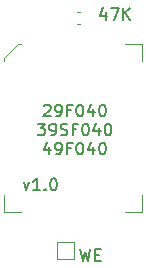
<source format=gbr>
G04 #@! TF.GenerationSoftware,KiCad,Pcbnew,(6.0.1-0)*
G04 #@! TF.CreationDate,2022-03-14T10:45:46-04:00*
G04 #@! TF.ProjectId,MBC1-PLCC32,4d424331-2d50-44c4-9343-33322e6b6963,rev?*
G04 #@! TF.SameCoordinates,Original*
G04 #@! TF.FileFunction,Legend,Top*
G04 #@! TF.FilePolarity,Positive*
%FSLAX46Y46*%
G04 Gerber Fmt 4.6, Leading zero omitted, Abs format (unit mm)*
G04 Created by KiCad (PCBNEW (6.0.1-0)) date 2022-03-14 10:45:46*
%MOMM*%
%LPD*%
G01*
G04 APERTURE LIST*
%ADD10C,0.150000*%
%ADD11C,0.120000*%
G04 APERTURE END LIST*
D10*
X115664285Y-48325714D02*
X115664285Y-48992380D01*
X115426190Y-47944761D02*
X115188095Y-48659047D01*
X115807142Y-48659047D01*
X116092857Y-47992380D02*
X116759523Y-47992380D01*
X116330952Y-48992380D01*
X117140476Y-48992380D02*
X117140476Y-47992380D01*
X117711904Y-48992380D02*
X117283333Y-48420952D01*
X117711904Y-47992380D02*
X117140476Y-48563809D01*
X108721428Y-62765714D02*
X108959523Y-63432380D01*
X109197619Y-62765714D01*
X110102380Y-63432380D02*
X109530952Y-63432380D01*
X109816666Y-63432380D02*
X109816666Y-62432380D01*
X109721428Y-62575238D01*
X109626190Y-62670476D01*
X109530952Y-62718095D01*
X110530952Y-63337142D02*
X110578571Y-63384761D01*
X110530952Y-63432380D01*
X110483333Y-63384761D01*
X110530952Y-63337142D01*
X110530952Y-63432380D01*
X111197619Y-62432380D02*
X111292857Y-62432380D01*
X111388095Y-62480000D01*
X111435714Y-62527619D01*
X111483333Y-62622857D01*
X111530952Y-62813333D01*
X111530952Y-63051428D01*
X111483333Y-63241904D01*
X111435714Y-63337142D01*
X111388095Y-63384761D01*
X111292857Y-63432380D01*
X111197619Y-63432380D01*
X111102380Y-63384761D01*
X111054761Y-63337142D01*
X111007142Y-63241904D01*
X110959523Y-63051428D01*
X110959523Y-62813333D01*
X111007142Y-62622857D01*
X111054761Y-62527619D01*
X111102380Y-62480000D01*
X111197619Y-62432380D01*
X110430952Y-56287619D02*
X110478571Y-56240000D01*
X110573809Y-56192380D01*
X110811904Y-56192380D01*
X110907142Y-56240000D01*
X110954761Y-56287619D01*
X111002380Y-56382857D01*
X111002380Y-56478095D01*
X110954761Y-56620952D01*
X110383333Y-57192380D01*
X111002380Y-57192380D01*
X111478571Y-57192380D02*
X111669047Y-57192380D01*
X111764285Y-57144761D01*
X111811904Y-57097142D01*
X111907142Y-56954285D01*
X111954761Y-56763809D01*
X111954761Y-56382857D01*
X111907142Y-56287619D01*
X111859523Y-56240000D01*
X111764285Y-56192380D01*
X111573809Y-56192380D01*
X111478571Y-56240000D01*
X111430952Y-56287619D01*
X111383333Y-56382857D01*
X111383333Y-56620952D01*
X111430952Y-56716190D01*
X111478571Y-56763809D01*
X111573809Y-56811428D01*
X111764285Y-56811428D01*
X111859523Y-56763809D01*
X111907142Y-56716190D01*
X111954761Y-56620952D01*
X112716666Y-56668571D02*
X112383333Y-56668571D01*
X112383333Y-57192380D02*
X112383333Y-56192380D01*
X112859523Y-56192380D01*
X113430952Y-56192380D02*
X113526190Y-56192380D01*
X113621428Y-56240000D01*
X113669047Y-56287619D01*
X113716666Y-56382857D01*
X113764285Y-56573333D01*
X113764285Y-56811428D01*
X113716666Y-57001904D01*
X113669047Y-57097142D01*
X113621428Y-57144761D01*
X113526190Y-57192380D01*
X113430952Y-57192380D01*
X113335714Y-57144761D01*
X113288095Y-57097142D01*
X113240476Y-57001904D01*
X113192857Y-56811428D01*
X113192857Y-56573333D01*
X113240476Y-56382857D01*
X113288095Y-56287619D01*
X113335714Y-56240000D01*
X113430952Y-56192380D01*
X114621428Y-56525714D02*
X114621428Y-57192380D01*
X114383333Y-56144761D02*
X114145238Y-56859047D01*
X114764285Y-56859047D01*
X115335714Y-56192380D02*
X115430952Y-56192380D01*
X115526190Y-56240000D01*
X115573809Y-56287619D01*
X115621428Y-56382857D01*
X115669047Y-56573333D01*
X115669047Y-56811428D01*
X115621428Y-57001904D01*
X115573809Y-57097142D01*
X115526190Y-57144761D01*
X115430952Y-57192380D01*
X115335714Y-57192380D01*
X115240476Y-57144761D01*
X115192857Y-57097142D01*
X115145238Y-57001904D01*
X115097619Y-56811428D01*
X115097619Y-56573333D01*
X115145238Y-56382857D01*
X115192857Y-56287619D01*
X115240476Y-56240000D01*
X115335714Y-56192380D01*
X109907142Y-57802380D02*
X110526190Y-57802380D01*
X110192857Y-58183333D01*
X110335714Y-58183333D01*
X110430952Y-58230952D01*
X110478571Y-58278571D01*
X110526190Y-58373809D01*
X110526190Y-58611904D01*
X110478571Y-58707142D01*
X110430952Y-58754761D01*
X110335714Y-58802380D01*
X110050000Y-58802380D01*
X109954761Y-58754761D01*
X109907142Y-58707142D01*
X111002380Y-58802380D02*
X111192857Y-58802380D01*
X111288095Y-58754761D01*
X111335714Y-58707142D01*
X111430952Y-58564285D01*
X111478571Y-58373809D01*
X111478571Y-57992857D01*
X111430952Y-57897619D01*
X111383333Y-57850000D01*
X111288095Y-57802380D01*
X111097619Y-57802380D01*
X111002380Y-57850000D01*
X110954761Y-57897619D01*
X110907142Y-57992857D01*
X110907142Y-58230952D01*
X110954761Y-58326190D01*
X111002380Y-58373809D01*
X111097619Y-58421428D01*
X111288095Y-58421428D01*
X111383333Y-58373809D01*
X111430952Y-58326190D01*
X111478571Y-58230952D01*
X111859523Y-58754761D02*
X112002380Y-58802380D01*
X112240476Y-58802380D01*
X112335714Y-58754761D01*
X112383333Y-58707142D01*
X112430952Y-58611904D01*
X112430952Y-58516666D01*
X112383333Y-58421428D01*
X112335714Y-58373809D01*
X112240476Y-58326190D01*
X112050000Y-58278571D01*
X111954761Y-58230952D01*
X111907142Y-58183333D01*
X111859523Y-58088095D01*
X111859523Y-57992857D01*
X111907142Y-57897619D01*
X111954761Y-57850000D01*
X112050000Y-57802380D01*
X112288095Y-57802380D01*
X112430952Y-57850000D01*
X113192857Y-58278571D02*
X112859523Y-58278571D01*
X112859523Y-58802380D02*
X112859523Y-57802380D01*
X113335714Y-57802380D01*
X113907142Y-57802380D02*
X114002380Y-57802380D01*
X114097619Y-57850000D01*
X114145238Y-57897619D01*
X114192857Y-57992857D01*
X114240476Y-58183333D01*
X114240476Y-58421428D01*
X114192857Y-58611904D01*
X114145238Y-58707142D01*
X114097619Y-58754761D01*
X114002380Y-58802380D01*
X113907142Y-58802380D01*
X113811904Y-58754761D01*
X113764285Y-58707142D01*
X113716666Y-58611904D01*
X113669047Y-58421428D01*
X113669047Y-58183333D01*
X113716666Y-57992857D01*
X113764285Y-57897619D01*
X113811904Y-57850000D01*
X113907142Y-57802380D01*
X115097619Y-58135714D02*
X115097619Y-58802380D01*
X114859523Y-57754761D02*
X114621428Y-58469047D01*
X115240476Y-58469047D01*
X115811904Y-57802380D02*
X115907142Y-57802380D01*
X116002380Y-57850000D01*
X116050000Y-57897619D01*
X116097619Y-57992857D01*
X116145238Y-58183333D01*
X116145238Y-58421428D01*
X116097619Y-58611904D01*
X116050000Y-58707142D01*
X116002380Y-58754761D01*
X115907142Y-58802380D01*
X115811904Y-58802380D01*
X115716666Y-58754761D01*
X115669047Y-58707142D01*
X115621428Y-58611904D01*
X115573809Y-58421428D01*
X115573809Y-58183333D01*
X115621428Y-57992857D01*
X115669047Y-57897619D01*
X115716666Y-57850000D01*
X115811904Y-57802380D01*
X110907142Y-59745714D02*
X110907142Y-60412380D01*
X110669047Y-59364761D02*
X110430952Y-60079047D01*
X111050000Y-60079047D01*
X111478571Y-60412380D02*
X111669047Y-60412380D01*
X111764285Y-60364761D01*
X111811904Y-60317142D01*
X111907142Y-60174285D01*
X111954761Y-59983809D01*
X111954761Y-59602857D01*
X111907142Y-59507619D01*
X111859523Y-59460000D01*
X111764285Y-59412380D01*
X111573809Y-59412380D01*
X111478571Y-59460000D01*
X111430952Y-59507619D01*
X111383333Y-59602857D01*
X111383333Y-59840952D01*
X111430952Y-59936190D01*
X111478571Y-59983809D01*
X111573809Y-60031428D01*
X111764285Y-60031428D01*
X111859523Y-59983809D01*
X111907142Y-59936190D01*
X111954761Y-59840952D01*
X112716666Y-59888571D02*
X112383333Y-59888571D01*
X112383333Y-60412380D02*
X112383333Y-59412380D01*
X112859523Y-59412380D01*
X113430952Y-59412380D02*
X113526190Y-59412380D01*
X113621428Y-59460000D01*
X113669047Y-59507619D01*
X113716666Y-59602857D01*
X113764285Y-59793333D01*
X113764285Y-60031428D01*
X113716666Y-60221904D01*
X113669047Y-60317142D01*
X113621428Y-60364761D01*
X113526190Y-60412380D01*
X113430952Y-60412380D01*
X113335714Y-60364761D01*
X113288095Y-60317142D01*
X113240476Y-60221904D01*
X113192857Y-60031428D01*
X113192857Y-59793333D01*
X113240476Y-59602857D01*
X113288095Y-59507619D01*
X113335714Y-59460000D01*
X113430952Y-59412380D01*
X114621428Y-59745714D02*
X114621428Y-60412380D01*
X114383333Y-59364761D02*
X114145238Y-60079047D01*
X114764285Y-60079047D01*
X115335714Y-59412380D02*
X115430952Y-59412380D01*
X115526190Y-59460000D01*
X115573809Y-59507619D01*
X115621428Y-59602857D01*
X115669047Y-59793333D01*
X115669047Y-60031428D01*
X115621428Y-60221904D01*
X115573809Y-60317142D01*
X115526190Y-60364761D01*
X115430952Y-60412380D01*
X115335714Y-60412380D01*
X115240476Y-60364761D01*
X115192857Y-60317142D01*
X115145238Y-60221904D01*
X115097619Y-60031428D01*
X115097619Y-59793333D01*
X115145238Y-59602857D01*
X115192857Y-59507619D01*
X115240476Y-59460000D01*
X115335714Y-59412380D01*
X113519047Y-68412380D02*
X113757142Y-69412380D01*
X113947619Y-68698095D01*
X114138095Y-69412380D01*
X114376190Y-68412380D01*
X114757142Y-68888571D02*
X115090476Y-68888571D01*
X115233333Y-69412380D02*
X114757142Y-69412380D01*
X114757142Y-68412380D01*
X115233333Y-68412380D01*
D11*
G04 #@! TO.C,U1*
X117270000Y-51085000D02*
X118725000Y-51085000D01*
X108530000Y-65275000D02*
X107075000Y-65275000D01*
X118725000Y-51085000D02*
X118725000Y-52540000D01*
X107075000Y-52257218D02*
X107075000Y-52540000D01*
X117270000Y-65275000D02*
X118725000Y-65275000D01*
X108530000Y-51085000D02*
X108247218Y-51085000D01*
X108247218Y-51085000D02*
X107075000Y-52257218D01*
X118725000Y-65275000D02*
X118725000Y-63820000D01*
X107075000Y-65275000D02*
X107075000Y-63820000D01*
G04 #@! TO.C,REF\u002A\u002A*
X112960000Y-69250000D02*
X111560000Y-69250000D01*
X111560000Y-67850000D02*
X112960000Y-67850000D01*
X112960000Y-67850000D02*
X112960000Y-69250000D01*
X111560000Y-69250000D02*
X111560000Y-67850000D01*
G04 #@! TO.C,R1*
X113219420Y-48340000D02*
X113500580Y-48340000D01*
X113219420Y-49360000D02*
X113500580Y-49360000D01*
G04 #@! TD*
M02*

</source>
